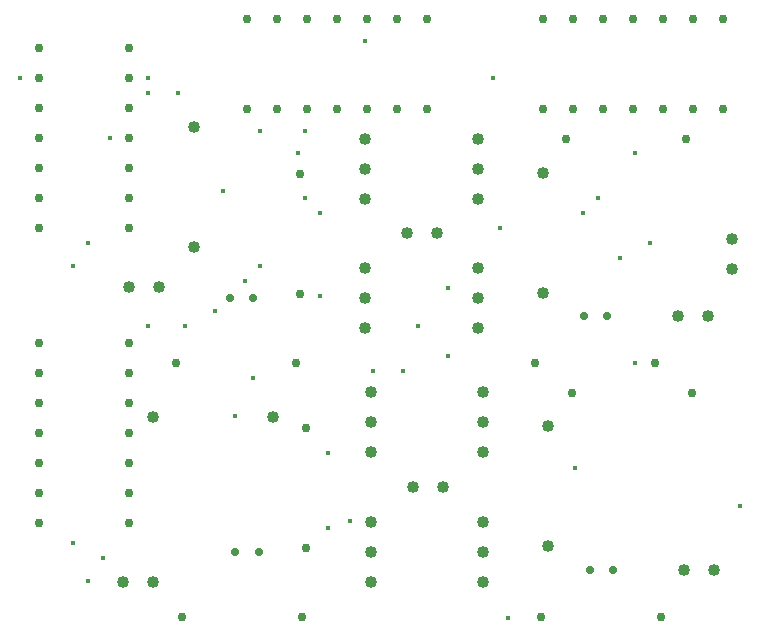
<source format=gbr>
G04 PROTEUS GERBER X2 FILE*
%TF.GenerationSoftware,Labcenter,Proteus,8.13-SP0-Build31525*%
%TF.CreationDate,2022-07-19T09:54:05+00:00*%
%TF.FileFunction,Plated,1,2,PTH*%
%TF.FilePolarity,Positive*%
%TF.Part,Single*%
%TF.SameCoordinates,{6f39dd04-efa5-45c4-8082-559ce8106841}*%
%FSLAX45Y45*%
%MOMM*%
G01*
%TA.AperFunction,ViaDrill*%
%ADD39C,0.381000*%
%TA.AperFunction,ComponentDrill*%
%ADD40C,1.016000*%
%ADD41C,0.762000*%
%ADD42C,0.700000*%
%TD.AperFunction*%
D39*
X-7874000Y+7620000D03*
X-7239000Y+8128000D03*
X-5651500Y+7366000D03*
X-5651500Y+7937500D03*
X-4064000Y+9080500D03*
X-4064000Y+7302500D03*
X-6731000Y+7874000D03*
X-7302500Y+7175500D03*
X-4508500Y+8572500D03*
X-4381500Y+8699500D03*
X-6667500Y+6540500D03*
X-6667500Y+5905500D03*
X-4572000Y+6413500D03*
X-8826500Y+5778500D03*
X-8826500Y+8128000D03*
X-7366000Y+8001000D03*
X-7620000Y+7747000D03*
X-7556500Y+8763000D03*
X-6858000Y+8699500D03*
X-7450000Y+6858000D03*
X-8191500Y+9588500D03*
X-3175000Y+6096000D03*
X-3937000Y+8318500D03*
X-6731000Y+8572500D03*
X-6921500Y+9080500D03*
X-7937500Y+9588500D03*
X-8191500Y+9715500D03*
X-7239000Y+9271000D03*
X-6858000Y+9271000D03*
X-8191500Y+7620000D03*
X-6286500Y+7239000D03*
X-6032500Y+7239000D03*
X-5207000Y+8445500D03*
X-6350000Y+10033000D03*
X-6477000Y+5969000D03*
X-5905500Y+7620000D03*
X-4191000Y+8191500D03*
X-8699500Y+8318500D03*
X-8699500Y+5461000D03*
X-8572500Y+5651500D03*
X-5143500Y+5143500D03*
X-8509000Y+9207500D03*
X-5270500Y+9715500D03*
X-9271000Y+9715500D03*
D40*
X-6000000Y+8400000D03*
X-5746000Y+8400000D03*
X-6350000Y+8696000D03*
X-6350000Y+8950000D03*
X-6350000Y+9204000D03*
X-6350000Y+7596000D03*
X-6350000Y+7850000D03*
X-6350000Y+8104000D03*
X-5400000Y+8108000D03*
X-5400000Y+7854000D03*
X-5400000Y+7600000D03*
X-5400000Y+9204000D03*
X-5400000Y+8950000D03*
X-5400000Y+8696000D03*
D41*
X-6900000Y+8900000D03*
X-6900000Y+7884000D03*
D40*
X-7800000Y+8284000D03*
X-7800000Y+9300000D03*
D41*
X-7950000Y+7300000D03*
X-6934000Y+7300000D03*
X-3634000Y+9200000D03*
X-4650000Y+9200000D03*
X-4916000Y+7300000D03*
X-3900000Y+7300000D03*
D42*
X-7500000Y+7850000D03*
X-7300000Y+7850000D03*
X-4300000Y+7700000D03*
X-4500000Y+7700000D03*
D40*
X-4850000Y+8916000D03*
X-4850000Y+7900000D03*
X-8354000Y+7950000D03*
X-8100000Y+7950000D03*
X-3700000Y+7700000D03*
X-3446000Y+7700000D03*
X-3250000Y+8350000D03*
X-3250000Y+8096000D03*
X-5950000Y+6250000D03*
X-5696000Y+6250000D03*
X-6300000Y+6546000D03*
X-6300000Y+6800000D03*
X-6300000Y+7054000D03*
X-6300000Y+5446000D03*
X-6300000Y+5700000D03*
X-6300000Y+5954000D03*
X-5350000Y+5958000D03*
X-5350000Y+5704000D03*
X-5350000Y+5450000D03*
X-5350000Y+7054000D03*
X-5350000Y+6800000D03*
X-5350000Y+6546000D03*
D41*
X-6850000Y+6750000D03*
X-6850000Y+5734000D03*
D40*
X-7134000Y+6850000D03*
X-8150000Y+6850000D03*
D41*
X-7900000Y+5150000D03*
X-6884000Y+5150000D03*
X-3584000Y+7050000D03*
X-4600000Y+7050000D03*
X-4866000Y+5150000D03*
X-3850000Y+5150000D03*
D42*
X-7450000Y+5700000D03*
X-7250000Y+5700000D03*
X-4250000Y+5550000D03*
X-4450000Y+5550000D03*
D40*
X-4800000Y+6766000D03*
X-4800000Y+5750000D03*
X-8404000Y+5450000D03*
X-8150000Y+5450000D03*
X-3650000Y+5550000D03*
X-3396000Y+5550000D03*
D41*
X-8350000Y+5950000D03*
X-8350000Y+6204000D03*
X-8350000Y+6458000D03*
X-8350000Y+6712000D03*
X-8350000Y+6966000D03*
X-8350000Y+7220000D03*
X-8350000Y+7474000D03*
X-9112000Y+7474000D03*
X-9112000Y+7220000D03*
X-9112000Y+6966000D03*
X-9112000Y+6712000D03*
X-9112000Y+6458000D03*
X-9112000Y+6204000D03*
X-9112000Y+5950000D03*
X-4850000Y+9450000D03*
X-4596000Y+9450000D03*
X-4342000Y+9450000D03*
X-4088000Y+9450000D03*
X-3834000Y+9450000D03*
X-3580000Y+9450000D03*
X-3326000Y+9450000D03*
X-3326000Y+10212000D03*
X-3580000Y+10212000D03*
X-3834000Y+10212000D03*
X-4088000Y+10212000D03*
X-4342000Y+10212000D03*
X-4596000Y+10212000D03*
X-4850000Y+10212000D03*
X-7350000Y+9450000D03*
X-7096000Y+9450000D03*
X-6842000Y+9450000D03*
X-6588000Y+9450000D03*
X-6334000Y+9450000D03*
X-6080000Y+9450000D03*
X-5826000Y+9450000D03*
X-5826000Y+10212000D03*
X-6080000Y+10212000D03*
X-6334000Y+10212000D03*
X-6588000Y+10212000D03*
X-6842000Y+10212000D03*
X-7096000Y+10212000D03*
X-7350000Y+10212000D03*
X-8350000Y+8450000D03*
X-8350000Y+8704000D03*
X-8350000Y+8958000D03*
X-8350000Y+9212000D03*
X-8350000Y+9466000D03*
X-8350000Y+9720000D03*
X-8350000Y+9974000D03*
X-9112000Y+9974000D03*
X-9112000Y+9720000D03*
X-9112000Y+9466000D03*
X-9112000Y+9212000D03*
X-9112000Y+8958000D03*
X-9112000Y+8704000D03*
X-9112000Y+8450000D03*
M02*

</source>
